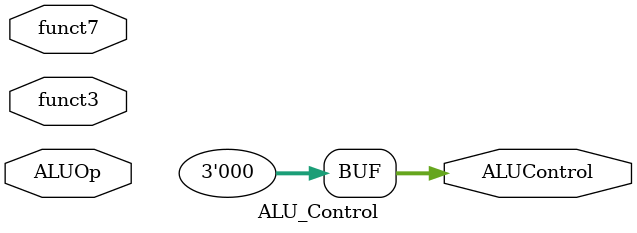
<source format=v>
module ALU_Control
(
    ALUOp,
    funct7,
    funct3,
    ALUControl
);

// Interface
input [1:0] ALUOp;
input [6:0] funct7;
input [2:0] funct3;

output [2:0] ALUControl;

assign ALUControl = 0;

endmodule

</source>
